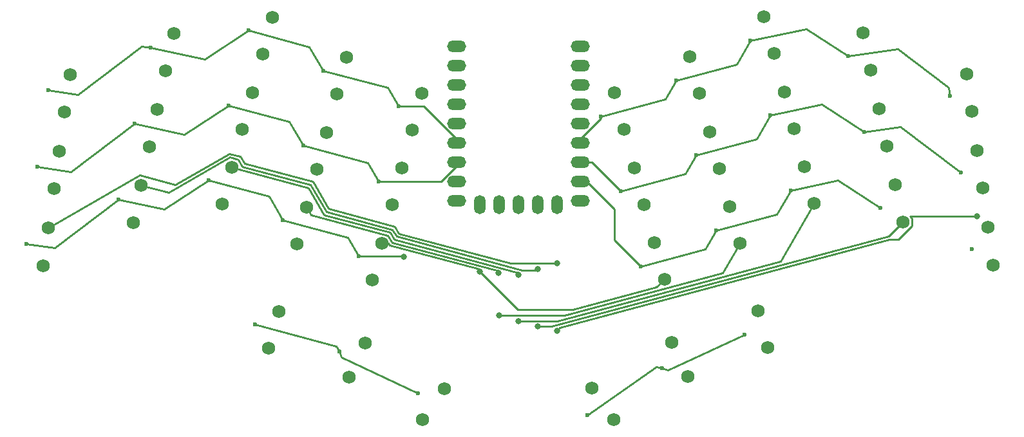
<source format=gbr>
%TF.GenerationSoftware,KiCad,Pcbnew,7.0.6*%
%TF.CreationDate,2025-05-26T00:34:49-04:00*%
%TF.ProjectId,bw2,6277322e-6b69-4636-9164-5f7063625858,2*%
%TF.SameCoordinates,Original*%
%TF.FileFunction,Copper,L1,Top*%
%TF.FilePolarity,Positive*%
%FSLAX46Y46*%
G04 Gerber Fmt 4.6, Leading zero omitted, Abs format (unit mm)*
G04 Created by KiCad (PCBNEW 7.0.6) date 2025-05-26 00:34:49*
%MOMM*%
%LPD*%
G01*
G04 APERTURE LIST*
%TA.AperFunction,ComponentPad*%
%ADD10O,2.500000X1.500000*%
%TD*%
%TA.AperFunction,ComponentPad*%
%ADD11O,1.500000X2.500000*%
%TD*%
%TA.AperFunction,ComponentPad*%
%ADD12C,1.752600*%
%TD*%
%TA.AperFunction,ComponentPad*%
%ADD13C,0.600000*%
%TD*%
%TA.AperFunction,ViaPad*%
%ADD14C,0.800000*%
%TD*%
%TA.AperFunction,Conductor*%
%ADD15C,0.250000*%
%TD*%
G04 APERTURE END LIST*
D10*
%TO.P,U1,1,GP0*%
%TO.N,unconnected-(U1-GP0-Pad1)*%
X105103476Y96793351D03*
%TO.P,U1,2,GP1*%
%TO.N,unconnected-(U1-GP1-Pad2)*%
X105103476Y94253351D03*
%TO.P,U1,3,GP2*%
%TO.N,unconnected-(U1-GP2-Pad3)*%
X105103476Y91713351D03*
%TO.P,U1,4,GP3*%
%TO.N,unconnected-(U1-GP3-Pad4)*%
X105103476Y89173351D03*
%TO.P,U1,5,GP4*%
%TO.N,unconnected-(U1-GP4-Pad5)*%
X105103476Y86633351D03*
%TO.P,U1,6,GP5*%
%TO.N,ROW4*%
X105103476Y84093351D03*
%TO.P,U1,7,GP6*%
%TO.N,ROW5*%
X105103476Y81553351D03*
%TO.P,U1,8,GP7*%
%TO.N,ROW6*%
X105103476Y79013351D03*
%TO.P,U1,9,GP8*%
%TO.N,ROW7*%
X105103476Y76473351D03*
D11*
%TO.P,U1,10,GP9*%
%TO.N,COL0*%
X102063476Y75973351D03*
%TO.P,U1,11,GP10*%
%TO.N,COL1*%
X99523476Y75973351D03*
%TO.P,U1,12,GP11*%
%TO.N,COL2*%
X96983476Y75973351D03*
%TO.P,U1,13,GP12*%
%TO.N,COL3*%
X94443476Y75973351D03*
%TO.P,U1,14,GP13*%
%TO.N,COL4*%
X91903476Y75973351D03*
D10*
%TO.P,U1,15,GP14*%
%TO.N,ROW3*%
X88863476Y76473351D03*
%TO.P,U1,16,GP15*%
%TO.N,ROW2*%
X88863476Y79013351D03*
%TO.P,U1,17,GP26*%
%TO.N,ROW1*%
X88863476Y81553351D03*
%TO.P,U1,18,GP27*%
%TO.N,ROW0*%
X88863476Y84093351D03*
%TO.P,U1,19,GP28*%
%TO.N,unconnected-(U1-GP28-Pad19)*%
X88863476Y86633351D03*
%TO.P,U1,20,GP29*%
%TO.N,unconnected-(U1-GP29-Pad20)*%
X88863476Y89173351D03*
%TO.P,U1,21,3V3*%
%TO.N,unconnected-(U1-3V3-Pad21)*%
X88863476Y91713351D03*
%TO.P,U1,22,5V*%
%TO.N,unconnected-(U1-5V-Pad22)*%
X88863476Y96793351D03*
%TO.P,U1,23,GND*%
%TO.N,unconnected-(U1-GND-Pad23)*%
X88863476Y94253351D03*
%TD*%
D12*
%TO.P,SW36,1,1*%
%TO.N,Net-(D36-A)*%
X106649258Y51823711D03*
%TO.P,SW36,2,2*%
%TO.N,COL4*%
X109517140Y47727951D03*
%TD*%
%TO.P,SW35,1,1*%
%TO.N,Net-(D35-A)*%
X117120063Y57869042D03*
%TO.P,SW35,2,2*%
%TO.N,COL3*%
X119233154Y53337503D03*
%TD*%
%TO.P,SW34,1,1*%
%TO.N,Net-(D34-A)*%
X128481562Y62004281D03*
%TO.P,SW34,2,2*%
%TO.N,COL2*%
X129775657Y57174651D03*
%TD*%
%TO.P,SW33,1,1*%
%TO.N,Net-(D33-A)*%
X84403927Y47662427D03*
%TO.P,SW33,2,2*%
%TO.N,COL4*%
X87271809Y51758187D03*
%TD*%
%TO.P,SW32,1,1*%
%TO.N,Net-(D32-A)*%
X74699988Y53265006D03*
%TO.P,SW32,2,2*%
%TO.N,COL3*%
X76813079Y57796545D03*
%TD*%
%TO.P,SW31,1,1*%
%TO.N,Net-(D31-A)*%
X64170602Y57097373D03*
%TO.P,SW31,2,2*%
%TO.N,COL2*%
X65464697Y61927003D03*
%TD*%
%TO.P,SW30,1,1*%
%TO.N,Net-(D30-A)*%
X109612064Y90698225D03*
%TO.P,SW30,2,2*%
%TO.N,COL4*%
X110906159Y85868595D03*
%TD*%
%TO.P,SW29,1,1*%
%TO.N,Net-(D29-A)*%
X112252011Y80845771D03*
%TO.P,SW29,2,2*%
%TO.N,COL4*%
X113546106Y76016141D03*
%TD*%
%TO.P,SW28,1,1*%
%TO.N,Net-(D28-A)*%
X114891957Y70993337D03*
%TO.P,SW28,2,2*%
%TO.N,COL4*%
X116186052Y66163707D03*
%TD*%
%TO.P,SW27,1,1*%
%TO.N,Net-(D27-A)*%
X119526419Y95425320D03*
%TO.P,SW27,2,2*%
%TO.N,COL3*%
X120820514Y90595690D03*
%TD*%
%TO.P,SW26,1,1*%
%TO.N,Net-(D26-A)*%
X122166362Y85572874D03*
%TO.P,SW26,2,2*%
%TO.N,COL3*%
X123460457Y80743244D03*
%TD*%
%TO.P,SW25,1,1*%
%TO.N,Net-(D25-A)*%
X124806330Y75720422D03*
%TO.P,SW25,2,2*%
%TO.N,COL3*%
X126100425Y70890792D03*
%TD*%
%TO.P,SW24,1,1*%
%TO.N,Net-(D24-A)*%
X129298421Y100683665D03*
%TO.P,SW24,2,2*%
%TO.N,COL2*%
X130592516Y95854035D03*
%TD*%
%TO.P,SW23,1,1*%
%TO.N,Net-(D23-A)*%
X131938388Y90831226D03*
%TO.P,SW23,2,2*%
%TO.N,COL2*%
X133232483Y86001596D03*
%TD*%
%TO.P,SW22,1,1*%
%TO.N,Net-(D22-A)*%
X134578333Y80978800D03*
%TO.P,SW22,2,2*%
%TO.N,COL2*%
X135872428Y76149170D03*
%TD*%
%TO.P,SW21,1,1*%
%TO.N,Net-(D21-A)*%
X142284204Y98558150D03*
%TO.P,SW21,2,2*%
%TO.N,COL1*%
X143323763Y93667412D03*
%TD*%
%TO.P,SW20,1,1*%
%TO.N,Net-(D20-A)*%
X144404914Y88581055D03*
%TO.P,SW20,2,2*%
%TO.N,COL1*%
X145444473Y83690317D03*
%TD*%
%TO.P,SW19,1,1*%
%TO.N,Net-(D19-A)*%
X146525611Y78603947D03*
%TO.P,SW19,2,2*%
%TO.N,COL1*%
X147565170Y73713209D03*
%TD*%
%TO.P,SW18,1,1*%
%TO.N,Net-(D18-A)*%
X155905766Y93196726D03*
%TO.P,SW18,2,2*%
%TO.N,COL0*%
X156601632Y88245386D03*
%TD*%
%TO.P,SW17,1,1*%
%TO.N,Net-(D17-A)*%
X157325323Y83096001D03*
%TO.P,SW17,2,2*%
%TO.N,COL0*%
X158021189Y78144661D03*
%TD*%
%TO.P,SW16,1,1*%
%TO.N,Net-(D16-A)*%
X158744897Y72995254D03*
%TO.P,SW16,2,2*%
%TO.N,COL0*%
X159440763Y68043914D03*
%TD*%
%TO.P,SW15,2,2*%
%TO.N,COL4*%
X84334195Y90620943D03*
%TO.P,SW15,1,1*%
%TO.N,Net-(D15-A)*%
X83040100Y85791313D03*
%TD*%
%TO.P,SW14,2,2*%
%TO.N,COL4*%
X81694252Y80768501D03*
%TO.P,SW14,1,1*%
%TO.N,Net-(D14-A)*%
X80400157Y75938871D03*
%TD*%
%TO.P,SW13,1,1*%
%TO.N,Net-(D13-A)*%
X77760195Y66086425D03*
%TO.P,SW13,2,2*%
%TO.N,COL4*%
X79054290Y70916055D03*
%TD*%
%TO.P,SW12,2,2*%
%TO.N,COL3*%
X74419834Y95348041D03*
%TO.P,SW12,1,1*%
%TO.N,Net-(D12-A)*%
X73125739Y90518411D03*
%TD*%
%TO.P,SW11,2,2*%
%TO.N,COL3*%
X71779883Y85495592D03*
%TO.P,SW11,1,1*%
%TO.N,Net-(D11-A)*%
X70485788Y80665962D03*
%TD*%
%TO.P,SW10,1,1*%
%TO.N,Net-(D10-A)*%
X67845830Y70813526D03*
%TO.P,SW10,2,2*%
%TO.N,COL3*%
X69139925Y75643156D03*
%TD*%
%TO.P,SW9,1,1*%
%TO.N,Net-(D9-A)*%
X63353730Y95776764D03*
%TO.P,SW9,2,2*%
%TO.N,COL2*%
X64647825Y100606394D03*
%TD*%
%TO.P,SW8,1,1*%
%TO.N,Net-(D8-A)*%
X60713783Y85924323D03*
%TO.P,SW8,2,2*%
%TO.N,COL2*%
X62007878Y90753953D03*
%TD*%
%TO.P,SW7,1,1*%
%TO.N,Net-(D7-A)*%
X58073824Y76071877D03*
%TO.P,SW7,2,2*%
%TO.N,COL2*%
X59367919Y80901507D03*
%TD*%
%TO.P,SW6,1,1*%
%TO.N,Net-(D6-A)*%
X50626540Y93589165D03*
%TO.P,SW6,2,2*%
%TO.N,COL1*%
X51666099Y98479903D03*
%TD*%
%TO.P,SW5,1,1*%
%TO.N,Net-(D5-A)*%
X48505847Y83612072D03*
%TO.P,SW5,2,2*%
%TO.N,COL1*%
X49545406Y88502810D03*
%TD*%
%TO.P,SW4,1,1*%
%TO.N,Net-(D4-A)*%
X46385153Y73634952D03*
%TO.P,SW4,2,2*%
%TO.N,COL1*%
X47424712Y78525690D03*
%TD*%
%TO.P,SW3,1,1*%
%TO.N,Net-(D3-A)*%
X37354192Y88166169D03*
%TO.P,SW3,2,2*%
%TO.N,COL0*%
X38050058Y93117509D03*
%TD*%
%TO.P,SW2,1,1*%
%TO.N,Net-(D2-A)*%
X35934632Y78065431D03*
%TO.P,SW2,2,2*%
%TO.N,COL0*%
X36630498Y83016771D03*
%TD*%
%TO.P,SW1,1,1*%
%TO.N,Net-(D1-A)*%
X34515066Y67964690D03*
%TO.P,SW1,2,2*%
%TO.N,COL0*%
X35210932Y72916030D03*
%TD*%
D13*
%TO.P,D36,1,K*%
%TO.N,ROW7*%
X106025496Y48286181D03*
%TD*%
%TO.P,D35,1,K*%
%TO.N,ROW7*%
X115891491Y54493570D03*
%TD*%
%TO.P,D34,1,K*%
%TO.N,ROW7*%
X126685510Y58893429D03*
%TD*%
%TO.P,D33,1,K*%
%TO.N,ROW3*%
X83780165Y51199957D03*
%TD*%
%TO.P,D32,1,K*%
%TO.N,ROW3*%
X73471416Y56640478D03*
%TD*%
%TO.P,D31,1,K*%
%TO.N,ROW3*%
X62374550Y60208225D03*
%TD*%
%TO.P,D30,1,K*%
%TO.N,ROW4*%
X107816012Y87587373D03*
%TD*%
%TO.P,D29,1,K*%
%TO.N,ROW5*%
X110455959Y77734919D03*
%TD*%
%TO.P,D28,1,K*%
%TO.N,ROW6*%
X113095905Y67882485D03*
%TD*%
%TO.P,D27,1,K*%
%TO.N,ROW4*%
X117730367Y92314468D03*
%TD*%
%TO.P,D26,1,K*%
%TO.N,ROW5*%
X120370310Y82462022D03*
%TD*%
%TO.P,D25,1,K*%
%TO.N,ROW6*%
X123010278Y72609570D03*
%TD*%
%TO.P,D24,1,K*%
%TO.N,ROW4*%
X127502369Y97572813D03*
%TD*%
%TO.P,D23,1,K*%
%TO.N,ROW5*%
X130142336Y87720374D03*
%TD*%
%TO.P,D22,1,K*%
%TO.N,ROW6*%
X132782281Y77867948D03*
%TD*%
%TO.P,D21,1,K*%
%TO.N,ROW4*%
X140327805Y95545559D03*
%TD*%
%TO.P,D20,1,K*%
%TO.N,ROW5*%
X142448515Y85568464D03*
%TD*%
%TO.P,D19,1,K*%
%TO.N,ROW6*%
X144569212Y75591356D03*
%TD*%
%TO.P,D18,1,K*%
%TO.N,ROW4*%
X153743985Y90327945D03*
%TD*%
%TO.P,D17,1,K*%
%TO.N,ROW5*%
X155163542Y80227220D03*
%TD*%
%TO.P,D16,1,K*%
%TO.N,ROW6*%
X156583116Y70126473D03*
%TD*%
%TO.P,D15,1,K*%
%TO.N,ROW0*%
X81244048Y88902165D03*
%TD*%
%TO.P,D14,1,K*%
%TO.N,ROW1*%
X78604105Y79049723D03*
%TD*%
%TO.P,D13,1,K*%
%TO.N,ROW2*%
X75964143Y69197277D03*
%TD*%
%TO.P,D12,1,K*%
%TO.N,ROW0*%
X71329687Y93629263D03*
%TD*%
%TO.P,D11,1,K*%
%TO.N,ROW1*%
X68689736Y83776814D03*
%TD*%
%TO.P,D10,1,K*%
%TO.N,ROW2*%
X66049778Y73924378D03*
%TD*%
%TO.P,D9,1,K*%
%TO.N,ROW0*%
X61557678Y98887616D03*
%TD*%
%TO.P,D8,1,K*%
%TO.N,ROW1*%
X58917731Y89035175D03*
%TD*%
%TO.P,D7,1,K*%
%TO.N,ROW2*%
X56277772Y79182729D03*
%TD*%
%TO.P,D6,1,K*%
%TO.N,ROW0*%
X48670141Y96601756D03*
%TD*%
%TO.P,D5,1,K*%
%TO.N,ROW1*%
X46549448Y86624663D03*
%TD*%
%TO.P,D4,1,K*%
%TO.N,ROW2*%
X44428754Y76647543D03*
%TD*%
%TO.P,D3,1,K*%
%TO.N,ROW0*%
X35192411Y91034950D03*
%TD*%
%TO.P,D2,1,K*%
%TO.N,ROW1*%
X33772851Y80934212D03*
%TD*%
%TO.P,D1,1,K*%
%TO.N,ROW2*%
X32353285Y70833471D03*
%TD*%
D14*
%TO.N,ROW2*%
X81900000Y69150000D03*
%TO.N,COL0*%
X102046046Y59385766D03*
X102050000Y68250000D03*
%TO.N,COL1*%
X99525000Y59950500D03*
X99525000Y67485217D03*
%TO.N,COL2*%
X96975000Y60675731D03*
X96978953Y66760717D03*
%TO.N,COL3*%
X94425000Y61435651D03*
X94418282Y66980976D03*
%TO.N,COL4*%
X91891218Y67192225D03*
%TO.N,COL0*%
X157322936Y74481348D03*
%TD*%
D15*
%TO.N,ROW6*%
X106011649Y79013351D02*
X104603476Y79013351D01*
X109625000Y75400000D02*
X106011649Y79013351D01*
X109625000Y71353390D02*
X109625000Y75400000D01*
X113095905Y67882485D02*
X109625000Y71353390D01*
%TO.N,ROW5*%
X106637527Y81553351D02*
X104603476Y81553351D01*
X110455959Y77734919D02*
X106637527Y81553351D01*
%TO.N,ROW4*%
X107816012Y87587373D02*
X107816012Y87305887D01*
X107816012Y87305887D02*
X104603476Y84093351D01*
%TO.N,ROW2*%
X81852723Y69197277D02*
X81900000Y69150000D01*
X75964143Y69197277D02*
X81852723Y69197277D01*
%TO.N,ROW1*%
X86859848Y79049723D02*
X89363476Y81553351D01*
X78604105Y79049723D02*
X86859848Y79049723D01*
%TO.N,ROW0*%
X81244048Y88902165D02*
X84554662Y88902165D01*
X84554662Y88902165D02*
X89363476Y84093351D01*
%TO.N,COL4*%
X115123547Y65101202D02*
X116186053Y66163708D01*
X96939849Y62160151D02*
X104147390Y62160151D01*
X91907775Y67192225D02*
X96939849Y62160151D01*
X104147390Y62160151D02*
X115123547Y65101202D01*
X91891218Y67192225D02*
X91907775Y67192225D01*
%TO.N,COL0*%
X102434249Y59773969D02*
X102046046Y59385766D01*
X148766470Y74210804D02*
X148766470Y73215614D01*
X148766470Y73215614D02*
X146928169Y71377313D01*
X146928169Y71377313D02*
X145738518Y71377313D01*
X157322936Y74481348D02*
X148495926Y74481348D01*
X148495926Y74481348D02*
X148766470Y74210804D01*
X145738518Y71377313D02*
X102434249Y59773969D01*
X99789866Y68250000D02*
X102050000Y68250000D01*
X99787694Y68247828D02*
X99789866Y68250000D01*
X95966899Y68247828D02*
X99787694Y68247828D01*
%TO.N,COL1*%
X99400012Y67360229D02*
X99525000Y67485217D01*
X97540801Y67360229D02*
X99400012Y67360229D01*
X101354404Y59950500D02*
X99525000Y59950500D01*
X147565169Y73713209D02*
X145679273Y71827313D01*
X145679273Y71827313D02*
X101354404Y59950500D01*
%TO.N,COL2*%
X59367918Y80901506D02*
X69386540Y78217025D01*
X69386540Y78217025D02*
X71436227Y74666858D01*
X71436227Y74666858D02*
X80142361Y72334059D01*
X80142361Y72334059D02*
X80673611Y71413909D01*
X80673611Y71413909D02*
X96975000Y67045964D01*
X96975000Y67045964D02*
X97260247Y66760717D01*
X96975000Y66764670D02*
X96975000Y67045964D01*
X96978953Y66760717D02*
X96975000Y66764670D01*
%TO.N,COL4*%
X79921816Y70916054D02*
X79054294Y70916054D01*
X91559784Y67565216D02*
X80080585Y70641058D01*
X91900000Y67225000D02*
X91559784Y67565216D01*
X91900000Y67201007D02*
X91900000Y67225000D01*
X91891218Y67192225D02*
X91900000Y67201007D01*
X80080585Y70641058D02*
X79921816Y70916054D01*
%TO.N,COL3*%
X69704696Y74664948D02*
X69139927Y75643150D01*
X79845850Y71947634D02*
X69704696Y74664948D01*
X94450000Y67256660D02*
X80377099Y71027482D01*
X94418282Y66980976D02*
X94418282Y67224942D01*
X94418282Y67224942D02*
X94450000Y67256660D01*
X80377099Y71027482D02*
X79845850Y71947634D01*
%TO.N,COL2*%
X131487455Y68554157D02*
X135872430Y76149164D01*
X102082050Y60675000D02*
X131487455Y68554157D01*
X96975731Y60675000D02*
X102082050Y60675000D01*
X96975000Y60675731D02*
X96975731Y60675000D01*
%TO.N,COL3*%
X103674997Y61567697D02*
X103675000Y61567700D01*
X94425000Y61435651D02*
X94460420Y61400231D01*
X103050000Y61400231D02*
X103674997Y61567697D01*
X94460420Y61400231D02*
X103050000Y61400231D01*
X123836774Y66970028D02*
X103675000Y61567700D01*
%TO.N,COL0*%
X81266642Y72186751D02*
X95966899Y68247828D01*
X80735394Y73106902D02*
X81266642Y72186751D01*
X72029254Y75439705D02*
X80735394Y73106902D01*
X69979565Y78989873D02*
X72029254Y75439705D01*
X60455987Y82319513D02*
X60987236Y81399362D01*
X60987236Y81399362D02*
X69979565Y78989873D01*
X59019371Y82704452D02*
X60455987Y82319513D01*
X51877667Y78581189D02*
X59019371Y82704452D01*
X35210932Y72916031D02*
X47196030Y79835631D01*
X47196030Y79835631D02*
X51877667Y78581189D01*
%TO.N,COL1*%
X80970125Y71800330D02*
X97540801Y67360229D01*
X80438876Y72720480D02*
X80970125Y71800330D01*
X60159478Y81933087D02*
X60690727Y81012933D01*
X59082945Y82221542D02*
X60159478Y81933087D01*
X69683044Y78603443D02*
X71732740Y75053282D01*
X51015199Y77563623D02*
X59082945Y82221542D01*
X60690727Y81012933D02*
X69683044Y78603443D01*
X47424711Y78525693D02*
X51015199Y77563623D01*
X71732740Y75053282D02*
X80438876Y72720480D01*
%TO.N,COL3*%
X126100421Y70890792D02*
X123836774Y66970028D01*
%TO.N,ROW3*%
X83780168Y51199956D02*
X73749120Y55877513D01*
X73749120Y55877513D02*
X73471420Y56640478D01*
%TO.N,ROW2*%
X36027891Y70317045D02*
X44428749Y76647549D01*
X32353290Y70833471D02*
X36027891Y70317045D01*
%TO.N,ROW1*%
X38176644Y80315294D02*
X46549448Y86624660D01*
X33772848Y80934210D02*
X38176644Y80315294D01*
%TO.N,ROW0*%
X47462555Y96771468D02*
X48670140Y96601752D01*
X39117835Y90483270D02*
X47462555Y96771468D01*
X35192410Y91034950D02*
X39117835Y90483270D01*
%TO.N,ROW2*%
X50414689Y75375196D02*
X56277774Y79182726D01*
X44428750Y76647548D02*
X50414689Y75375196D01*
%TO.N,ROW1*%
X53071227Y85238413D02*
X58917728Y89035171D01*
X46549450Y86624660D02*
X53071227Y85238413D01*
%TO.N,ROW0*%
X55727751Y95101616D02*
X61557677Y98887622D01*
X48670146Y96601758D02*
X55727751Y95101616D01*
%TO.N,ROW3*%
X62374545Y60208230D02*
X73065461Y57343607D01*
X73065461Y57343607D02*
X73471421Y56640475D01*
%TO.N,ROW2*%
X64246656Y77047472D02*
X56277774Y79182726D01*
X66049782Y73924364D02*
X64246656Y77047472D01*
X74549941Y71646762D02*
X66049782Y73924364D01*
X75964142Y69197277D02*
X74549941Y71646762D01*
%TO.N,ROW1*%
X66886609Y86899925D02*
X58917729Y89035170D01*
X68689735Y83776808D02*
X66886609Y86899925D01*
X77189887Y81499199D02*
X68689735Y83776808D01*
X78604099Y79049718D02*
X77189887Y81499199D01*
%TO.N,ROW0*%
X69526565Y96752360D02*
X61557678Y98887622D01*
X71329693Y93629268D02*
X69526565Y96752360D01*
X81244051Y88902167D02*
X79829845Y91351649D01*
X79829845Y91351649D02*
X71329693Y93629268D01*
%TO.N,ROW7*%
X115091905Y54634557D02*
X115891490Y54493573D01*
X106025507Y48286187D02*
X115091905Y54634557D01*
X116654450Y54215873D02*
X115891490Y54493565D01*
X126685501Y58893432D02*
X116654450Y54215873D01*
%TO.N,ROW4*%
X153597193Y91372435D02*
X146843964Y96461348D01*
X146843964Y96461348D02*
X140327818Y95545579D01*
X153743984Y90327954D02*
X153597193Y91372435D01*
%TO.N,ROW5*%
X147190986Y86234980D02*
X142448528Y85568466D01*
X155163556Y80227212D02*
X147190986Y86234980D01*
%TO.N,ROW6*%
X139021461Y79194105D02*
X132782285Y77867940D01*
X144569215Y75591353D02*
X139021461Y79194105D01*
%TO.N,ROW5*%
X136917344Y89160452D02*
X130142335Y87720375D01*
X142448524Y85568465D02*
X136917344Y89160452D01*
%TO.N,ROW4*%
X140327820Y95545574D02*
X134813221Y99126784D01*
X134813221Y99126784D02*
X127502381Y97572828D01*
%TO.N,ROW6*%
X130979171Y74744827D02*
X132782287Y77867938D01*
X123010279Y72609578D02*
X130979171Y74744827D01*
X121596071Y70160083D02*
X123010279Y72609578D01*
X113095898Y67882479D02*
X121596071Y70160083D01*
%TO.N,ROW5*%
X128339206Y84597279D02*
X130142333Y87720379D01*
X120370318Y82462013D02*
X128339206Y84597279D01*
X118956107Y80012523D02*
X120370318Y82462013D01*
X110455965Y77734924D02*
X118956107Y80012523D01*
%TO.N,ROW4*%
X117730368Y92314455D02*
X125699253Y94449721D01*
X125699253Y94449721D02*
X127502382Y97572828D01*
X116316151Y89864980D02*
X117730368Y92314455D01*
X107816007Y87587365D02*
X116316151Y89864980D01*
%TD*%
M02*

</source>
